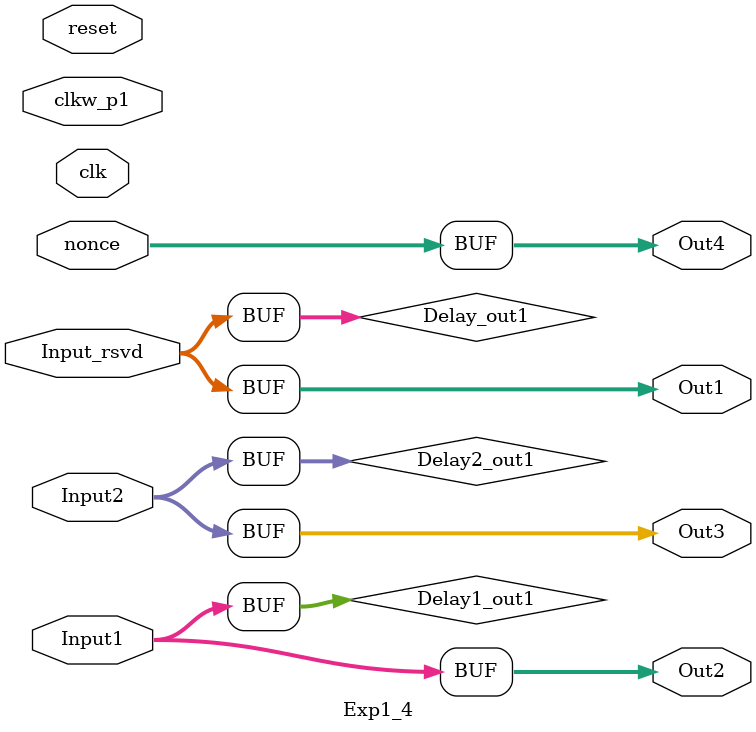
<source format=v>



`timescale 1 ns / 1 ns

module Exp1_4
          (clk,clkw_p1,
           reset,
           Input_rsvd,
           Input1,
           Input2,nonce,
           Out1,
           Out2,
           Out3,
           Out4);


  input   clk,clkw_p1;
  input   reset;
  input   [31:0] Input_rsvd;  // uint32
  input   [31:0] Input1;  // uint32
  input   [31:0] Input2,nonce;  // uint32
  output  [31:0] Out1;  // uint32
  output  [31:0] Out2;  // uint32
  output  [31:0] Out3;  // uint32
  output  [31:0] Out4;  // uint32


  reg [31:0] Delay_out1;  // uint32
  reg [31:0] Delay1_out1;  // uint32
  reg [31:0] Delay2_out1;  // uint32
  wire [31:0] Constant8_out1;  // uint32
  reg [31:0] Delay14_out1;  // uint32
  wire [31:0] Add_out1;  // uint32

  always @(*) begin
         Delay_out1 <= Input_rsvd;
     end


  assign Out1 = Delay_out1;

 always @(*) begin
        Delay1_out1 <= Input1;
     end


    assign Out2 = Delay1_out1;

always @(*) begin
        Delay2_out1 <= Input2;
     end




  assign Out3 = Delay2_out1;

//  assign Constant8_out1 = 32'b00000000000000000000000000000001;



 // assign Add_out1 = Constant8_out1 + Delay14_out1;


  assign Out4 = nonce;

	
endmodule  // Exp1_4


</source>
